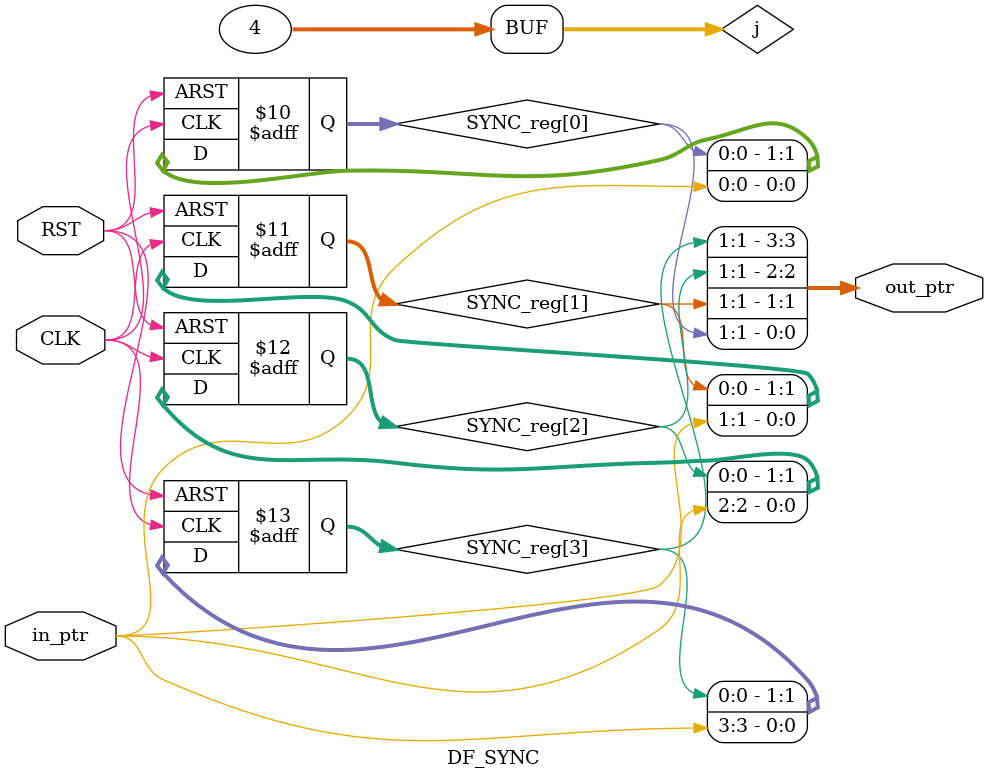
<source format=v>
module DF_SYNC #(parameter NUM_STAGES = 2, ADD_WIDTH = 4)(
input wire [ADD_WIDTH - 1:0] in_ptr,
input wire CLK, RST,
output reg [ADD_WIDTH - 1:0] out_ptr
);

reg  [NUM_STAGES - 1:0] SYNC_reg [ADD_WIDTH - 1:0];
integer j;

always@(posedge CLK or negedge RST)
begin
if(!RST)
begin
for(j = 0; j < ADD_WIDTH; j = j + 1)
SYNC_reg[j] <= 'b0;
end
else 
begin
for(j = 0; j < ADD_WIDTH; j = j + 1)
SYNC_reg[j] <= {SYNC_reg[j][NUM_STAGES - 2:0], in_ptr[j]};
end
end

always@(*)
begin
for(j = 0; j < ADD_WIDTH; j = j + 1)
out_ptr[j] = SYNC_reg[j][NUM_STAGES - 1];
end

endmodule


</source>
